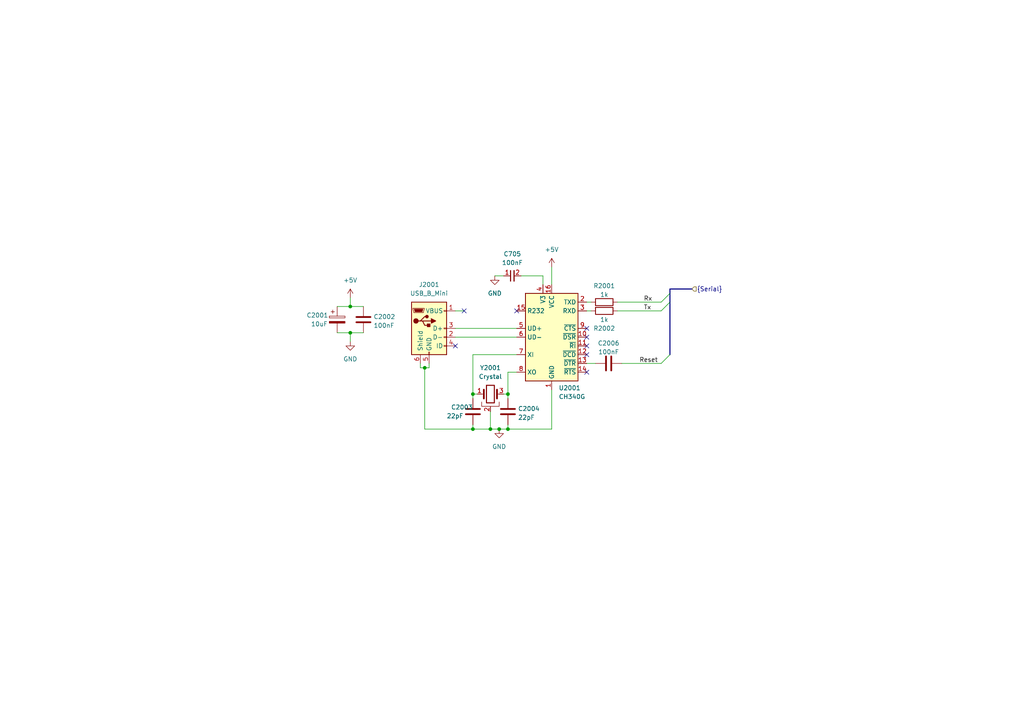
<source format=kicad_sch>
(kicad_sch (version 20231120) (generator "eeschema") (generator_version "8.0")
  (paper "A4")
  (lib_symbols
    (symbol "Connector:USB_B_Mini" (pin_names (offset 1.016))
      (property "Reference" "J" (at -5.08 11.43 0))
      (property "Value" "USB_B_Mini" (at -5.08 8.89 0))
      (symbol "USB_B_Mini_0_1"
        (rectangle (start -5.08 -7.62) (end 5.08 7.62) (stroke (width 0.254)) (fill (type background)))
        (circle (center -3.81 2.159) (radius 0.635) (stroke (width 0.254)) (fill (type outline)))
        (circle (center -0.635 3.429) (radius 0.381) (stroke (width 0.254)) (fill (type outline)))
        (rectangle (start -0.127 -7.62) (end 0.127 -6.858))
        (polyline (pts (xy -1.905 2.159) (xy 0.635 2.159)) (stroke (width 0.254)))
        (polyline (pts (xy -3.175 2.159) (xy -2.54 2.159) (xy -1.27 3.429) (xy -0.635 3.429)) (stroke (width 0.254)))
        (polyline (pts (xy -2.54 2.159) (xy -1.905 2.159) (xy -1.27 0.889) (xy 0 0.889)) (stroke (width 0.254)))
        (polyline (pts (xy 0.635 2.794) (xy 0.635 1.524) (xy 1.905 2.159) (xy 0.635 2.794)) (stroke (width 0.254)) (fill (type outline)))
        (polyline (pts (xy -4.318 5.588) (xy -1.778 5.588) (xy -2.032 4.826) (xy -4.064 4.826) (xy -4.318 5.588)) (fill (type outline)))
        (polyline (pts (xy -4.699 5.842) (xy -4.699 5.588) (xy -4.445 4.826) (xy -4.445 4.572) (xy -1.651 4.572) (xy -1.651 4.826) (xy -1.397 5.588) (xy -1.397 5.842) (xy -4.699 5.842)))
        (rectangle (start 0.254 1.27) (end -0.508 0.508) (stroke (width 0.254)) (fill (type outline)))
        (rectangle (start 5.08 -5.207) (end 4.318 -4.953))
        (rectangle (start 5.08 -2.667) (end 4.318 -2.413))
        (rectangle (start 5.08 -0.127) (end 4.318 0.127))
        (rectangle (start 5.08 4.953) (end 4.318 5.207))
      )
      (symbol "USB_B_Mini_1_1"
        (pin power_out line (at 7.62 5.08 180) (length 2.54) (name "VBUS") (number "1"))
        (pin bidirectional line (at 7.62 -2.54 180) (length 2.54) (name "D-") (number "2"))
        (pin bidirectional line (at 7.62 0 180) (length 2.54) (name "D+") (number "3"))
        (pin passive line (at 7.62 -5.08 180) (length 2.54) (name "ID") (number "4"))
        (pin power_out line (at 0 -10.16 90) (length 2.54) (name "GND") (number "5"))
        (pin passive line (at -2.54 -10.16 90) (length 2.54) (name "Shield") (number "6"))
      )
    )
    (symbol "Device:C" (pin_numbers hide) (pin_names (offset 0.254))
      (property "Reference" "C" (at 0.635 2.54 0))
      (property "Value" "C" (at 0.635 -2.54 0))
      (symbol "C_0_1"
        (polyline (pts (xy -2.032 -0.762) (xy 2.032 -0.762)) (stroke (width 0.508)))
        (polyline (pts (xy -2.032 0.762) (xy 2.032 0.762)) (stroke (width 0.508)))
      )
      (symbol "C_1_1"
        (pin passive line (at 0 3.81 270) (length 2.794) (name "~") (number "1"))
        (pin passive line (at 0 -3.81 90) (length 2.794) (name "~") (number "2"))
      )
    )
    (symbol "Device:C_Polarized" (pin_numbers hide) (pin_names (offset 0.254))
      (property "Reference" "C" (at 0.635 2.54 0))
      (property "Value" "C_Polarized" (at 0.635 -2.54 0))
      (symbol "C_Polarized_0_1"
        (rectangle (start -2.286 0.508) (end 2.286 1.016))
        (polyline (pts (xy -1.778 2.286) (xy -0.762 2.286)))
        (polyline (pts (xy -1.27 2.794) (xy -1.27 1.778)))
        (rectangle (start 2.286 -0.508) (end -2.286 -1.016) (fill (type outline)))
      )
      (symbol "C_Polarized_1_1"
        (pin passive line (at 0 3.81 270) (length 2.794) (name "~") (number "1"))
        (pin passive line (at 0 -3.81 90) (length 2.794) (name "~") (number "2"))
      )
    )
    (symbol "Device:R" (pin_numbers hide) (pin_names (offset 0))
      (property "Reference" "R" (at 2.032 0 90))
      (property "Value" "R" (at 0 0 90))
      (symbol "R_0_1"
        (rectangle (start -1.016 -2.54) (end 1.016 2.54) (stroke (width 0.254)))
      )
      (symbol "R_1_1"
        (pin passive line (at 0 3.81 270) (length 1.27) (name "~") (number "1"))
        (pin passive line (at 0 -3.81 90) (length 1.27) (name "~") (number "2"))
      )
    )
    (symbol "GND_1" (power) (pin_names (offset 0))
      (property "Value" "GND_1" (at 0 -3.81 0))
      (symbol "GND_1_0_1"
        (polyline (pts (xy 0 0) (xy 0 -1.27) (xy 1.27 -1.27) (xy 0 -2.54) (xy -1.27 -1.27) (xy 0 -1.27)))
      )
      (symbol "GND_1_1_1"
        (pin power_in line (at 0 0 270) (length 0) hide (name "GND") (number "1"))
      )
    )
    (symbol "Interface_USB:CH340G"
      (property "Reference" "U" (at -5.08 13.97 0))
      (property "Value" "CH340G" (at 1.27 13.97 0))
      (symbol "CH340G_0_1"
        (rectangle (start -7.62 12.7) (end 7.62 -12.7) (stroke (width 0.254)) (fill (type background)))
      )
      (symbol "CH340G_1_1"
        (pin power_in line (at 0 -15.24 90) (length 2.54) (name "GND") (number "1"))
        (pin input line (at 10.16 0 180) (length 2.54) (name "~{DSR}") (number "10"))
        (pin input line (at 10.16 -2.54 180) (length 2.54) (name "~{RI}") (number "11"))
        (pin input line (at 10.16 -5.08 180) (length 2.54) (name "~{DCD}") (number "12"))
        (pin output line (at 10.16 -7.62 180) (length 2.54) (name "~{DTR}") (number "13"))
        (pin output line (at 10.16 -10.16 180) (length 2.54) (name "~{RTS}") (number "14"))
        (pin input line (at -10.16 7.62 0) (length 2.54) (name "R232") (number "15"))
        (pin power_in line (at 0 15.24 270) (length 2.54) (name "VCC") (number "16"))
        (pin output line (at 10.16 10.16 180) (length 2.54) (name "TXD") (number "2"))
        (pin input line (at 10.16 7.62 180) (length 2.54) (name "RXD") (number "3"))
        (pin passive line (at -2.54 15.24 270) (length 2.54) (name "V3") (number "4"))
        (pin bidirectional line (at -10.16 2.54 0) (length 2.54) (name "UD+") (number "5"))
        (pin bidirectional line (at -10.16 0 0) (length 2.54) (name "UD-") (number "6"))
        (pin input line (at -10.16 -5.08 0) (length 2.54) (name "XI") (number "7"))
        (pin output line (at -10.16 -10.16 0) (length 2.54) (name "XO") (number "8"))
        (pin input line (at 10.16 2.54 180) (length 2.54) (name "~{CTS}") (number "9"))
      )
    )
    (symbol "capacitor_miscellaneous:C_0402_100nF"
      (property "Reference" "U" (at 1.27 2.54 0))
      (property "Value" "100nF" (at 3.81 -2.54 0))
      (property "JLCPCB Part#" "C307331" (at 0 0 0))
      (symbol "C_0402_100nF_0_1"
        (polyline (pts (xy -1.524 -0.508) (xy 1.524 -0.508)) (stroke (width 0.3302)))
        (polyline (pts (xy -1.524 0.508) (xy 1.524 0.508)) (stroke (width 0.3048)))
      )
      (symbol "C_0402_100nF_1_1"
        (pin passive line (at 0 2.54 270) (length 2.032) (name "~") (number "1"))
        (pin passive line (at 0 -2.54 90) (length 2.032) (name "~") (number "2"))
      )
    )
    (symbol "custom_kicad_lib_sk:crystal_arduino" (pin_names (offset 1.016) hide)
      (property "Reference" "Y" (at 0 5.715 0))
      (property "Value" "Crystal_GND2" (at 0 3.81 0))
      (property "JLCPCB Part#" "C13738" (at 0 0 0))
      (symbol "crystal_arduino_0_1"
        (rectangle (start -1.143 2.54) (end 1.143 -2.54) (stroke (width 0.3048)))
        (polyline (pts (xy -2.54 0) (xy -1.905 0)))
        (polyline (pts (xy -1.905 -1.27) (xy -1.905 1.27)) (stroke (width 0.508)))
        (polyline (pts (xy 0 -3.81) (xy 0 -3.556)))
        (polyline (pts (xy 1.905 0) (xy 2.54 0)))
        (polyline (pts (xy 1.905 1.27) (xy 1.905 -1.27)) (stroke (width 0.508)))
        (polyline (pts (xy -2.54 -2.286) (xy -2.54 -3.556) (xy 2.54 -3.556) (xy 2.54 -2.286)))
      )
      (symbol "crystal_arduino_1_1"
        (pin passive line (at -3.81 0 0) (length 1.27) (name "1") (number "1"))
        (pin passive line (at 0 -5.08 90) (length 1.27) (name "GND") (number "2"))
        (pin passive line (at 3.81 0 180) (length 1.27) (name "3") (number "3"))
        (pin passive line (at 0 -5.08 90) (length 1.27) hide (name "GND") (number "4"))
      )
    )
    (symbol "power:+5V" (power) (pin_names (offset 0))
      (property "Value" "+5V" (at 0 3.556 0))
      (symbol "+5V_0_1"
        (polyline (pts (xy -0.762 1.27) (xy 0 2.54)))
        (polyline (pts (xy 0 0) (xy 0 2.54)))
        (polyline (pts (xy 0 2.54) (xy 0.762 1.27)))
      )
      (symbol "+5V_1_1"
        (pin power_in line (at 0 0 90) (length 0) hide (name "+5V") (number "1"))
      )
    )
  )
  (junction (at 137.16 124.46))
  (junction (at 123.19 106.68))
  (junction (at 101.6 88.9))
  (junction (at 144.78 124.46))
  (junction (at 147.32 114.3))
  (junction (at 101.6 96.52))
  (junction (at 137.16 114.3))
  (junction (at 147.32 124.46))
  (junction (at 142.24 124.46))
  (no_connect (at 134.62 90.17))
  (no_connect (at 149.86 90.17))
  (no_connect (at 170.18 100.33))
  (no_connect (at 170.18 102.87))
  (no_connect (at 170.18 97.79))
  (no_connect (at 170.18 107.95))
  (no_connect (at 170.18 95.25))
  (no_connect (at 132.08 100.33))
  (bus_entry (at 191.77 105.41) (size 2.54 -2.54))
  (bus_entry (at 191.77 87.63) (size 2.54 -2.54))
  (bus_entry (at 191.77 90.17) (size 2.54 -2.54))
  (wire (pts (xy 137.16 114.3) (xy 137.16 115.57)))
  (wire (pts (xy 142.24 124.46) (xy 144.78 124.46)))
  (wire (pts (xy 134.62 90.17) (xy 132.08 90.17)))
  (wire (pts (xy 147.32 114.3) (xy 146.05 114.3)))
  (bus (pts (xy 194.31 83.82) (xy 194.31 85.09)))
  (wire (pts (xy 147.32 107.95) (xy 149.86 107.95)))
  (wire (pts (xy 147.32 123.19) (xy 147.32 124.46)))
  (wire (pts (xy 137.16 102.87) (xy 137.16 114.3)))
  (wire (pts (xy 143.51 80.01) (xy 146.05 80.01)))
  (wire (pts (xy 171.45 90.17) (xy 170.18 90.17)))
  (bus (pts (xy 200.66 83.82) (xy 194.31 83.82)))
  (wire (pts (xy 101.6 86.36) (xy 101.6 88.9)))
  (wire (pts (xy 137.16 124.46) (xy 142.24 124.46)))
  (wire (pts (xy 123.19 106.68) (xy 123.19 124.46)))
  (wire (pts (xy 121.92 105.41) (xy 121.92 106.68)))
  (bus (pts (xy 194.31 87.63) (xy 194.31 102.87)))
  (wire (pts (xy 137.16 123.19) (xy 137.16 124.46)))
  (wire (pts (xy 138.43 114.3) (xy 137.16 114.3)))
  (wire (pts (xy 124.46 105.41) (xy 124.46 106.68)))
  (wire (pts (xy 97.79 88.9) (xy 101.6 88.9)))
  (wire (pts (xy 144.78 124.46) (xy 147.32 124.46)))
  (wire (pts (xy 179.07 90.17) (xy 191.77 90.17)))
  (wire (pts (xy 142.24 119.38) (xy 142.24 124.46)))
  (wire (pts (xy 180.34 105.41) (xy 191.77 105.41)))
  (wire (pts (xy 123.19 124.46) (xy 137.16 124.46)))
  (wire (pts (xy 147.32 124.46) (xy 160.02 124.46)))
  (wire (pts (xy 147.32 115.57) (xy 147.32 114.3)))
  (wire (pts (xy 101.6 88.9) (xy 105.41 88.9)))
  (wire (pts (xy 121.92 106.68) (xy 123.19 106.68)))
  (wire (pts (xy 132.08 95.25) (xy 149.86 95.25)))
  (wire (pts (xy 149.86 102.87) (xy 137.16 102.87)))
  (wire (pts (xy 157.48 80.01) (xy 151.13 80.01)))
  (wire (pts (xy 170.18 105.41) (xy 172.72 105.41)))
  (bus (pts (xy 194.31 85.09) (xy 194.31 87.63)))
  (wire (pts (xy 101.6 96.52) (xy 105.41 96.52)))
  (wire (pts (xy 171.45 87.63) (xy 170.18 87.63)))
  (wire (pts (xy 132.08 97.79) (xy 149.86 97.79)))
  (wire (pts (xy 160.02 77.47) (xy 160.02 82.55)))
  (wire (pts (xy 101.6 96.52) (xy 101.6 99.06)))
  (wire (pts (xy 147.32 114.3) (xy 147.32 107.95)))
  (wire (pts (xy 160.02 113.03) (xy 160.02 124.46)))
  (wire (pts (xy 179.07 87.63) (xy 191.77 87.63)))
  (wire (pts (xy 97.79 96.52) (xy 101.6 96.52)))
  (wire (pts (xy 157.48 82.55) (xy 157.48 80.01)))
  (wire (pts (xy 123.19 106.68) (xy 124.46 106.68)))
  (label "Tx" (at 186.69 90.17 0))
  (label "Reset" (at 185.42 105.41 0))
  (label "Rx" (at 186.69 87.63 0))
  (hierarchical_label "{Serial}" (shape input) (at 200.66 83.82 0))
  (symbol (lib_id "Device:C") (at 105.41 92.71 0) (unit 1)
    (property "Reference" "C2002" (at 108.331 91.8753 0) (effects (justify left)))
    (property "Value" "100nF" (at 108.331 94.4122 0) (effects (justify left)))
    (property "Footprint" "Capacitor_SMD:C_0603_1608Metric" (effects (hide yes)))
    (property "JLCPCB Part#" "C14663" (effects (hide yes)))
    (instances (project "general_schematics" (path "" (reference "C2002") (unit 1))) (project "" (path "" (reference "C702") (unit 1))) (project "CH340" (path "" (reference "C702") (unit 1))))
  )
  (symbol (lib_id "Device:C") (at 176.53 105.41 90) (unit 1)
    (property "Reference" "C2006" (at 176.53 99.5512 90))
    (property "Value" "100nF" (at 176.53 102.0881 90))
    (property "Footprint" "Capacitor_SMD:C_0603_1608Metric" (effects (hide yes)))
    (property "JLCPCB Part#" "C14663" (effects (hide yes)))
    (instances (project "general_schematics" (path "" (reference "C2006") (unit 1))) (project "" (path "" (reference "C706") (unit 1))) (project "CH340" (path "" (reference "C706") (unit 1))))
  )
  (symbol (lib_name "GND_1") (lib_id "power:GND") (at 143.51 80.01 0) (unit 1)
    (property "Reference" "#PWR0207" (effects (hide yes)))
    (property "Value" "GND" (at 143.51 85.09 0))
    (instances (project "atmega328" (path "" (reference "#PWR0207") (unit 1))) (project "" (path "" (reference "#PWR0704") (unit 1))) (project "CH340" (path "" (reference "#PWR0703") (unit 1))))
  )
  (symbol (lib_id "Device:R") (at 175.26 90.17 270) (unit 1)
    (property "Reference" "R2002" (at 175.26 95.25 90))
    (property "Value" "1k" (at 175.26 92.71 90))
    (property "Footprint" "Resistor_SMD:R_0603_1608Metric" (effects (hide yes)))
    (property "JLCPCB Part#" "C21190" (effects (hide yes)))
    (instances (project "general_schematics" (path "" (reference "R2002") (unit 1))) (project "" (path "" (reference "R702") (unit 1))) (project "CH340" (path "" (reference "R702") (unit 1))))
  )
  (symbol (lib_id "capacitor_miscellaneous:C_0402_100nF") (at 148.59 80.01 90) (unit 1)
    (property "Reference" "C705" (at 148.5963 73.66 90))
    (property "Value" "100nF" (at 148.5963 76.2 90))
    (property "Footprint" "Capacitor_SMD:C_0402_1005Metric" (effects (hide yes)))
    (property "JLCPCB Part#" "C307331" (effects (hide yes)))
  )
  (symbol (lib_name "GND_1") (lib_id "power:GND") (at 101.6 99.06 0) (unit 1)
    (property "Reference" "#PWR0207" (effects (hide yes)))
    (property "Value" "GND" (at 101.6 104.14 0))
    (instances (project "atmega328" (path "" (reference "#PWR0207") (unit 1))) (project "" (path "" (reference "#PWR0702") (unit 1))) (project "CH340" (path "" (reference "#PWR0702") (unit 1))))
  )
  (symbol (lib_id "Device:C_Polarized") (at 97.79 92.71 0) (unit 1)
    (property "Reference" "C2001" (at 88.9 91.44 0) (effects (justify left)))
    (property "Value" "10uF" (at 90.17 93.98 0) (effects (justify left)))
    (property "Footprint" "Capacitor_SMD:C_0603_1608Metric" (effects (hide yes)))
    (property "JLCPCB Part#" "C96446" (effects (hide yes)))
    (instances (project "general_schematics" (path "" (reference "C2001") (unit 1))) (project "" (path "" (reference "C701") (unit 1))) (project "CH340" (path "" (reference "C701") (unit 1))))
  )
  (symbol (lib_id "Device:C") (at 147.32 119.38 0) (unit 1)
    (property "Reference" "C2004" (at 150.241 118.5453 0) (effects (justify left)))
    (property "Value" "22pF" (at 150.241 121.0822 0) (effects (justify left)))
    (property "Footprint" "Capacitor_SMD:C_0603_1608Metric" (effects (hide yes)))
    (property "JLCPCB Part#" "C1653" (effects (hide yes)))
    (instances (project "general_schematics" (path "" (reference "C2004") (unit 1))) (project "" (path "" (reference "C704") (unit 1))) (project "CH340" (path "" (reference "C704") (unit 1))))
  )
  (symbol (lib_id "power:+5V") (at 101.6 86.36 0) (unit 1)
    (property "Reference" "#PWR0701" (effects (hide yes)))
    (property "Value" "+5V" (at 101.6 81.28 0))
    (instances (project "" (path "" (reference "#PWR0701") (unit 1))) (project "CH340" (path "" (reference "#PWR0704") (unit 1))))
  )
  (symbol (lib_id "Interface_USB:CH340G") (at 160.02 97.79 0) (unit 1)
    (property "Reference" "U2001" (at 162.0394 112.5204 0) (effects (justify left)))
    (property "Value" "CH340G" (at 162.0394 115.0573 0) (effects (justify left)))
    (property "Footprint" "Package_SO:SOIC-16_3.9x9.9mm_P1.27mm" (effects (hide yes)))
    (property "Datasheet" "http://www.datasheet5.com/pdf-local-2195953" (effects (hide yes)))
    (property "JLCPCB Part#" "C14267" (effects (hide yes)))
    (instances (project "general_schematics" (path "" (reference "U2001") (unit 1))) (project "" (path "" (reference "U701") (unit 1))) (project "CH340" (path "" (reference "U701") (unit 1))))
  )
  (symbol (lib_id "Connector:USB_B_Mini") (at 124.46 95.25 0) (unit 1)
    (property "Reference" "J2001" (at 124.46 82.55 0))
    (property "Value" "USB_B_Mini" (at 124.46 85.09 0))
    (property "Footprint" "Connector_USB:USB_Mini-B_Lumberg_2486_01_Horizontal" (effects (hide yes)))
    (property "JLCPCB Part#" "C2681563" (effects (hide yes)))
    (instances (project "general_schematics" (path "" (reference "J2001") (unit 1))) (project "" (path "" (reference "J701") (unit 1))) (project "CH340" (path "" (reference "J701") (unit 1))))
  )
  (symbol (lib_id "Device:R") (at 175.26 87.63 90) (unit 1)
    (property "Reference" "R2001" (at 175.26 82.9142 90))
    (property "Value" "1k" (at 175.26 85.4511 90))
    (property "Footprint" "Resistor_SMD:R_0603_1608Metric" (effects (hide yes)))
    (property "JLCPCB Part#" "C21190" (effects (hide yes)))
    (instances (project "general_schematics" (path "" (reference "R2001") (unit 1))) (project "" (path "" (reference "R701") (unit 1))) (project "CH340" (path "" (reference "R701") (unit 1))))
  )
  (symbol (lib_id "Device:C") (at 137.16 119.38 0) (unit 1)
    (property "Reference" "C2003" (at 130.81 118.11 0) (effects (justify left)))
    (property "Value" "22pF" (at 129.54 120.65 0) (effects (justify left)))
    (property "Footprint" "Capacitor_SMD:C_0603_1608Metric" (effects (hide yes)))
    (property "JLCPCB Part#" "C1653" (effects (hide yes)))
    (instances (project "general_schematics" (path "" (reference "C2003") (unit 1))) (project "" (path "" (reference "C703") (unit 1))) (project "CH340" (path "" (reference "C703") (unit 1))))
  )
  (symbol (lib_name "GND_1") (lib_id "power:GND") (at 144.78 124.46 0) (unit 1)
    (property "Reference" "#PWR0207" (effects (hide yes)))
    (property "Value" "GND" (at 144.78 129.54 0))
    (instances (project "atmega328" (path "" (reference "#PWR0207") (unit 1))) (project "" (path "" (reference "#PWR0705") (unit 1))) (project "CH340" (path "" (reference "#PWR0701") (unit 1))))
  )
  (symbol (lib_id "custom_kicad_lib_sk:crystal_arduino") (at 142.24 114.3 0) (unit 1)
    (property "Reference" "Y2001" (at 142.24 106.68 0))
    (property "Value" "Crystal" (at 142.24 109.22 0))
    (property "Footprint" "custom_kicad_lib_sk:crystal_arduino" (effects (hide yes)))
    (property "JLCPCB Part#" "C9002" (effects (hide yes)))
    (instances (project "general_schematics" (path "" (reference "Y2001") (unit 1))) (project "" (path "" (reference "Y701") (unit 1))) (project "CH340" (path "" (reference "Y701") (unit 1))))
  )
  (symbol (lib_id "power:+5V") (at 160.02 77.47 0) (unit 1)
    (property "Reference" "#PWR0706" (effects (hide yes)))
    (property "Value" "+5V" (at 160.02 72.39 0))
    (instances (project "" (path "" (reference "#PWR0706") (unit 1))) (project "CH340" (path "" (reference "#PWR0705") (unit 1))))
  )
)
</source>
